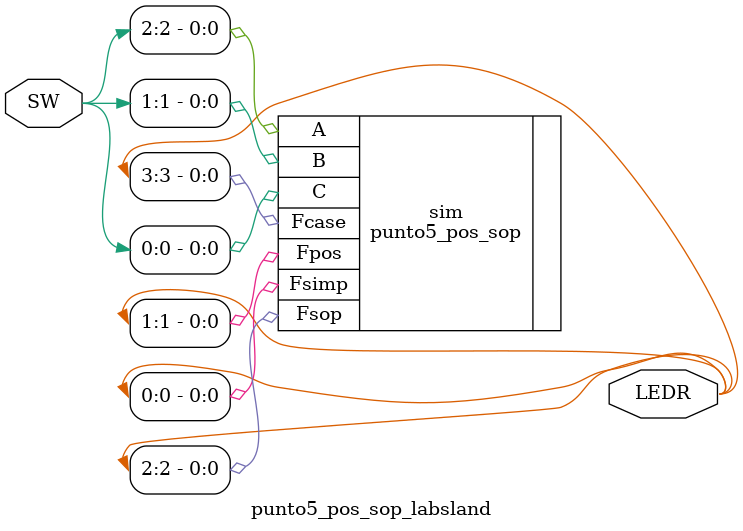
<source format=v>
module punto5_pos_sop_labsland(
//entradas y salidas
 input [2:0] SW,
 output [3:0] LEDR
);
//conexion 
punto5_pos_sop sim(
.A(SW[2]),
.B(SW[1]),
.C(SW[0]),
.Fsimp(LEDR[0]),
.Fpos(LEDR[1]),
.Fsop(LEDR[2]),
.Fcase(LEDR[3])
);

endmodule


</source>
